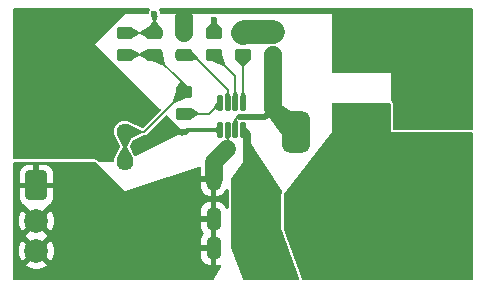
<source format=gbr>
%TF.GenerationSoftware,KiCad,Pcbnew,8.0.7*%
%TF.CreationDate,2025-01-12T01:40:55+08:00*%
%TF.ProjectId,power,706f7765-722e-46b6-9963-61645f706362,rev?*%
%TF.SameCoordinates,Original*%
%TF.FileFunction,Copper,L1,Top*%
%TF.FilePolarity,Positive*%
%FSLAX46Y46*%
G04 Gerber Fmt 4.6, Leading zero omitted, Abs format (unit mm)*
G04 Created by KiCad (PCBNEW 8.0.7) date 2025-01-12 01:40:55*
%MOMM*%
%LPD*%
G01*
G04 APERTURE LIST*
G04 Aperture macros list*
%AMRoundRect*
0 Rectangle with rounded corners*
0 $1 Rounding radius*
0 $2 $3 $4 $5 $6 $7 $8 $9 X,Y pos of 4 corners*
0 Add a 4 corners polygon primitive as box body*
4,1,4,$2,$3,$4,$5,$6,$7,$8,$9,$2,$3,0*
0 Add four circle primitives for the rounded corners*
1,1,$1+$1,$2,$3*
1,1,$1+$1,$4,$5*
1,1,$1+$1,$6,$7*
1,1,$1+$1,$8,$9*
0 Add four rect primitives between the rounded corners*
20,1,$1+$1,$2,$3,$4,$5,0*
20,1,$1+$1,$4,$5,$6,$7,0*
20,1,$1+$1,$6,$7,$8,$9,0*
20,1,$1+$1,$8,$9,$2,$3,0*%
G04 Aperture macros list end*
%TA.AperFunction,SMDPad,CuDef*%
%ADD10RoundRect,0.250000X0.475000X-0.250000X0.475000X0.250000X-0.475000X0.250000X-0.475000X-0.250000X0*%
%TD*%
%TA.AperFunction,ComponentPad*%
%ADD11RoundRect,0.500000X0.500000X-0.500000X0.500000X0.500000X-0.500000X0.500000X-0.500000X-0.500000X0*%
%TD*%
%TA.AperFunction,ComponentPad*%
%ADD12C,2.000000*%
%TD*%
%TA.AperFunction,SMDPad,CuDef*%
%ADD13RoundRect,0.125000X0.125000X-0.537500X0.125000X0.537500X-0.125000X0.537500X-0.125000X-0.537500X0*%
%TD*%
%TA.AperFunction,ComponentPad*%
%ADD14C,1.440000*%
%TD*%
%TA.AperFunction,SMDPad,CuDef*%
%ADD15RoundRect,0.250000X0.450000X-0.262500X0.450000X0.262500X-0.450000X0.262500X-0.450000X-0.262500X0*%
%TD*%
%TA.AperFunction,SMDPad,CuDef*%
%ADD16RoundRect,0.250000X-0.450000X0.262500X-0.450000X-0.262500X0.450000X-0.262500X0.450000X0.262500X0*%
%TD*%
%TA.AperFunction,SMDPad,CuDef*%
%ADD17RoundRect,0.587500X-0.587500X-1.162500X0.587500X-1.162500X0.587500X1.162500X-0.587500X1.162500X0*%
%TD*%
%TA.AperFunction,SMDPad,CuDef*%
%ADD18RoundRect,0.250000X0.650000X-1.000000X0.650000X1.000000X-0.650000X1.000000X-0.650000X-1.000000X0*%
%TD*%
%TA.AperFunction,SMDPad,CuDef*%
%ADD19RoundRect,0.250000X-0.475000X0.250000X-0.475000X-0.250000X0.475000X-0.250000X0.475000X0.250000X0*%
%TD*%
%TA.AperFunction,SMDPad,CuDef*%
%ADD20RoundRect,0.250000X-0.650000X0.325000X-0.650000X-0.325000X0.650000X-0.325000X0.650000X0.325000X0*%
%TD*%
%TA.AperFunction,SMDPad,CuDef*%
%ADD21RoundRect,0.250000X-0.250000X-0.475000X0.250000X-0.475000X0.250000X0.475000X-0.250000X0.475000X0*%
%TD*%
%TA.AperFunction,SMDPad,CuDef*%
%ADD22RoundRect,0.250000X0.325000X0.650000X-0.325000X0.650000X-0.325000X-0.650000X0.325000X-0.650000X0*%
%TD*%
%TA.AperFunction,ViaPad*%
%ADD23C,0.600000*%
%TD*%
%TA.AperFunction,Conductor*%
%ADD24C,0.500000*%
%TD*%
%TA.AperFunction,Conductor*%
%ADD25C,0.300000*%
%TD*%
%TA.AperFunction,Conductor*%
%ADD26C,2.000000*%
%TD*%
%TA.AperFunction,Conductor*%
%ADD27C,0.200000*%
%TD*%
%TA.AperFunction,Conductor*%
%ADD28C,1.500000*%
%TD*%
G04 APERTURE END LIST*
D10*
%TO.P,C5,1*%
%TO.N,Net-(U1-SW)*%
X172500000Y-65950000D03*
%TO.P,C5,2*%
%TO.N,Net-(C5-Pad2)*%
X172500000Y-64050000D03*
%TD*%
%TO.P,C4,1*%
%TO.N,Net-(U1-VCC)*%
X165030000Y-65950000D03*
%TO.P,C4,2*%
%TO.N,GND*%
X165030000Y-64050000D03*
%TD*%
D11*
%TO.P,Vin-,1,GND*%
%TO.N,GND*%
X152500000Y-67500000D03*
%TO.P,Vin-,2,GND*%
X152500000Y-64960000D03*
%TD*%
D12*
%TO.P,Vo+,1,Vin*%
%TO.N,Net-(C6-Pad2)*%
X187500000Y-82540000D03*
%TO.P,Vo+,2,Vin*%
X187500000Y-80000000D03*
%TD*%
%TO.P,U3,1,Vin*%
%TO.N,+12V*%
X152500000Y-82540000D03*
%TO.P,U3,2,Vin*%
X152500000Y-80000000D03*
%TD*%
D11*
%TO.P,Vo-,1,GND*%
%TO.N,GND*%
X187500000Y-67500000D03*
%TO.P,Vo-,2,GND*%
X187500000Y-64960000D03*
%TD*%
D13*
%TO.P,U1,1,AGND*%
%TO.N,GND*%
X168050000Y-72275000D03*
%TO.P,U1,2,IN*%
%TO.N,+12V*%
X168700000Y-72275000D03*
%TO.P,U1,3,SW*%
%TO.N,Net-(U1-SW)*%
X169350000Y-72275000D03*
%TO.P,U1,4,GND*%
%TO.N,GND*%
X170000000Y-72275000D03*
%TO.P,U1,5,BST*%
%TO.N,Net-(U1-BST)*%
X170000000Y-70000000D03*
%TO.P,U1,6,EN*%
%TO.N,Net-(U1-EN)*%
X169350000Y-70000000D03*
%TO.P,U1,7,VCC*%
%TO.N,Net-(U1-VCC)*%
X168700000Y-70000000D03*
%TO.P,U1,8,FB*%
%TO.N,Net-(U1-FB)*%
X168050000Y-70000000D03*
%TD*%
D14*
%TO.P,R5,1,1*%
%TO.N,Net-(C9-Pad2)*%
X160000000Y-75000000D03*
%TO.P,R5,2,2*%
X160000000Y-72460000D03*
%TO.P,R5,3,3*%
%TO.N,GND*%
X160000000Y-69920000D03*
%TD*%
D15*
%TO.P,R4,1*%
%TO.N,Net-(C9-Pad2)*%
X160000000Y-65912500D03*
%TO.P,R4,2*%
%TO.N,Net-(C6-Pad2)*%
X160000000Y-64087500D03*
%TD*%
%TO.P,R3,1*%
%TO.N,Net-(U1-FB)*%
X165000000Y-70912500D03*
%TO.P,R3,2*%
%TO.N,Net-(C9-Pad2)*%
X165000000Y-69087500D03*
%TD*%
%TO.P,R2,1*%
%TO.N,Net-(U1-BST)*%
X170000000Y-65912500D03*
%TO.P,R2,2*%
%TO.N,Net-(C5-Pad2)*%
X170000000Y-64087500D03*
%TD*%
D16*
%TO.P,R1,1*%
%TO.N,+12V*%
X167530000Y-64087500D03*
%TO.P,R1,2*%
%TO.N,Net-(U1-EN)*%
X167530000Y-65912500D03*
%TD*%
D17*
%TO.P,L1,1,1*%
%TO.N,Net-(U1-SW)*%
X174475000Y-72500000D03*
%TO.P,L1,2,2*%
%TO.N,Net-(C6-Pad2)*%
X180525000Y-72500000D03*
%TD*%
D18*
%TO.P,D2,1,A1*%
%TO.N,+12V*%
X152500000Y-77000000D03*
%TO.P,D2,2,A2*%
%TO.N,GND*%
X152500000Y-73000000D03*
%TD*%
D19*
%TO.P,C9,1*%
%TO.N,Net-(C6-Pad2)*%
X162500000Y-64050000D03*
%TO.P,C9,2*%
%TO.N,Net-(C9-Pad2)*%
X162500000Y-65950000D03*
%TD*%
D20*
%TO.P,C8,1*%
%TO.N,GND*%
X185000000Y-71025000D03*
%TO.P,C8,2*%
%TO.N,Net-(C6-Pad2)*%
X185000000Y-73975000D03*
%TD*%
D21*
%TO.P,C7,1*%
%TO.N,GND*%
X172500000Y-80735000D03*
%TO.P,C7,2*%
%TO.N,Net-(C6-Pad2)*%
X174400000Y-80735000D03*
%TD*%
%TO.P,C6,1*%
%TO.N,GND*%
X172500000Y-77725000D03*
%TO.P,C6,2*%
%TO.N,Net-(C6-Pad2)*%
X174400000Y-77725000D03*
%TD*%
D22*
%TO.P,C3,1*%
%TO.N,GND*%
X170450000Y-82300000D03*
%TO.P,C3,2*%
%TO.N,+12V*%
X167500000Y-82300000D03*
%TD*%
%TO.P,C2,1*%
%TO.N,GND*%
X170450000Y-76450000D03*
%TO.P,C2,2*%
%TO.N,+12V*%
X167500000Y-76450000D03*
%TD*%
%TO.P,C1,1*%
%TO.N,GND*%
X170450000Y-79800000D03*
%TO.P,C1,2*%
%TO.N,+12V*%
X167500000Y-79800000D03*
%TD*%
D23*
%TO.N,GND*%
X170137500Y-72362500D03*
X165000000Y-72500000D03*
%TO.N,+12V*%
X162924264Y-79575736D03*
X167530000Y-63000000D03*
%TO.N,Net-(C6-Pad2)*%
X187500000Y-75000000D03*
X162500000Y-62500000D03*
%TD*%
D24*
%TO.N,GND*%
X170137500Y-72362500D02*
X170050000Y-72275000D01*
D25*
X165225000Y-72275000D02*
X168050000Y-72275000D01*
X165000000Y-72500000D02*
X165225000Y-72275000D01*
D24*
X170450000Y-72675000D02*
X170137500Y-72362500D01*
X170450000Y-76450000D02*
X170450000Y-72675000D01*
D25*
X165000000Y-72500000D02*
X162500000Y-72500000D01*
D26*
%TO.N,Net-(C5-Pad2)*%
X170087500Y-64000000D02*
X172500000Y-64000000D01*
X170000000Y-64087500D02*
X170087500Y-64000000D01*
D27*
%TO.N,Net-(U1-SW)*%
X169350000Y-71445862D02*
X169633362Y-71162500D01*
X169350000Y-72275000D02*
X169350000Y-71445862D01*
D24*
X172500000Y-70525000D02*
X171862500Y-71162500D01*
X171862500Y-71162500D02*
X169633362Y-71162500D01*
D26*
%TO.N,GND*%
X170450000Y-76450000D02*
X170800000Y-76100000D01*
D28*
X165030000Y-62780000D02*
X165000000Y-62750000D01*
X165030000Y-64050000D02*
X165030000Y-62780000D01*
D27*
%TO.N,+12V*%
X168700000Y-72275000D02*
X168700000Y-73811244D01*
X168700000Y-73811244D02*
X168623744Y-73887500D01*
D28*
X167500000Y-75011244D02*
X168623744Y-73887500D01*
X167500000Y-76450000D02*
X167500000Y-75011244D01*
D27*
%TO.N,Net-(C9-Pad2)*%
X161627500Y-72460000D02*
X165000000Y-69087500D01*
X160000000Y-72460000D02*
X161627500Y-72460000D01*
X160000000Y-75000000D02*
X160000000Y-72460000D01*
%TO.N,+12V*%
X167530000Y-64087500D02*
X167530000Y-63000000D01*
D28*
%TO.N,Net-(U1-SW)*%
X172500000Y-70525000D02*
X174475000Y-72500000D01*
X172500000Y-65950000D02*
X172500000Y-70525000D01*
D27*
%TO.N,Net-(U1-BST)*%
X170000000Y-65912500D02*
X170000000Y-70000000D01*
%TO.N,Net-(U1-EN)*%
X167530000Y-65912500D02*
X169350000Y-67732500D01*
X169350000Y-67732500D02*
X169350000Y-70000000D01*
%TO.N,Net-(U1-VCC)*%
X168700000Y-68895000D02*
X168700000Y-70000000D01*
X165755000Y-65950000D02*
X168700000Y-68895000D01*
X165030000Y-65950000D02*
X165755000Y-65950000D01*
%TO.N,Net-(U1-FB)*%
X167137500Y-70912500D02*
X168050000Y-70000000D01*
X165000000Y-70912500D02*
X167137500Y-70912500D01*
%TO.N,Net-(C9-Pad2)*%
X165000000Y-68450000D02*
X165000000Y-69087500D01*
X162500000Y-65950000D02*
X165000000Y-68450000D01*
X162462500Y-65912500D02*
X162500000Y-65950000D01*
X160000000Y-65912500D02*
X162462500Y-65912500D01*
%TO.N,Net-(C6-Pad2)*%
X186025000Y-75000000D02*
X185000000Y-73975000D01*
X187500000Y-75000000D02*
X186025000Y-75000000D01*
X162500000Y-64050000D02*
X162500000Y-62500000D01*
X162462500Y-64087500D02*
X162500000Y-64050000D01*
X160000000Y-64087500D02*
X162462500Y-64087500D01*
%TD*%
%TA.AperFunction,Conductor*%
%TO.N,GND*%
G36*
X162066080Y-62020185D02*
G01*
X162111835Y-62072989D01*
X162121779Y-62142147D01*
X162092754Y-62205703D01*
X162074623Y-62226627D01*
X162074622Y-62226628D01*
X162014834Y-62357543D01*
X162009644Y-62393647D01*
X161980619Y-62457203D01*
X161921841Y-62494977D01*
X161886906Y-62500000D01*
X159999999Y-62500000D01*
X157500000Y-65000000D01*
X162993583Y-70493583D01*
X163027068Y-70554906D01*
X163022084Y-70624598D01*
X162993583Y-70668945D01*
X161563650Y-72098878D01*
X161502327Y-72132363D01*
X161432635Y-72127379D01*
X161421831Y-72122754D01*
X160376408Y-71615342D01*
X160375693Y-71615007D01*
X160371021Y-71612823D01*
X160371015Y-71612820D01*
X160370993Y-71612810D01*
X160370384Y-71612536D01*
X160370382Y-71612535D01*
X160362278Y-71610791D01*
X160337941Y-71602848D01*
X160286017Y-71579731D01*
X160286015Y-71579730D01*
X160286014Y-71579730D01*
X160096748Y-71539500D01*
X159903252Y-71539500D01*
X159713983Y-71579730D01*
X159713978Y-71579732D01*
X159537215Y-71658433D01*
X159537210Y-71658435D01*
X159380674Y-71772165D01*
X159380667Y-71772171D01*
X159251197Y-71915964D01*
X159154450Y-72083536D01*
X159154447Y-72083543D01*
X159094657Y-72267558D01*
X159094656Y-72267560D01*
X159074430Y-72460000D01*
X159094656Y-72652439D01*
X159094657Y-72652441D01*
X159154448Y-72836459D01*
X159157993Y-72842599D01*
X159162159Y-72850453D01*
X159562779Y-73675853D01*
X159574343Y-73744760D01*
X159562779Y-73784142D01*
X159162156Y-74609549D01*
X159157995Y-74617396D01*
X159154450Y-74623536D01*
X159154449Y-74623539D01*
X159094657Y-74807558D01*
X159094656Y-74807560D01*
X159086101Y-74888962D01*
X159059516Y-74953577D01*
X159002219Y-74993561D01*
X158962780Y-75000000D01*
X157841982Y-75000000D01*
X157774943Y-74980315D01*
X157754305Y-74963685D01*
X157681629Y-74891009D01*
X157681628Y-74891008D01*
X157681624Y-74891004D01*
X157665283Y-74876325D01*
X157665269Y-74876313D01*
X157644620Y-74859672D01*
X157573575Y-74822509D01*
X157506543Y-74802826D01*
X157505894Y-74802732D01*
X157448638Y-74794500D01*
X150624500Y-74794500D01*
X150557461Y-74774815D01*
X150511706Y-74722011D01*
X150500500Y-74670500D01*
X150500500Y-62124500D01*
X150520185Y-62057461D01*
X150572989Y-62011706D01*
X150624500Y-62000500D01*
X161999041Y-62000500D01*
X162066080Y-62020185D01*
G37*
%TD.AperFunction*%
%TA.AperFunction,Conductor*%
G36*
X163549569Y-71065415D02*
G01*
X163593916Y-71093916D01*
X164878348Y-72378348D01*
X164911833Y-72439671D01*
X164906849Y-72509363D01*
X164864977Y-72565296D01*
X164846121Y-72576938D01*
X160938943Y-74530527D01*
X160870178Y-74542902D01*
X160805639Y-74516134D01*
X160771936Y-74473765D01*
X160437217Y-73784143D01*
X160425654Y-73715237D01*
X160437218Y-73675854D01*
X160672890Y-73190297D01*
X160719871Y-73138583D01*
X160730300Y-73132889D01*
X160732629Y-73131759D01*
X161471895Y-72772945D01*
X161526039Y-72760500D01*
X161667060Y-72760500D01*
X161667062Y-72760500D01*
X161743489Y-72740021D01*
X161812011Y-72700460D01*
X161867960Y-72644511D01*
X163418554Y-71093915D01*
X163479877Y-71060431D01*
X163549569Y-71065415D01*
G37*
%TD.AperFunction*%
%TA.AperFunction,Conductor*%
G36*
X189442539Y-62020185D02*
G01*
X189488294Y-62072989D01*
X189499500Y-62124500D01*
X189499500Y-72170500D01*
X189479815Y-72237539D01*
X189427011Y-72283294D01*
X189375500Y-72294500D01*
X182829500Y-72294500D01*
X182762461Y-72274815D01*
X182716706Y-72222011D01*
X182705500Y-72170500D01*
X182705500Y-70124008D01*
X182705499Y-70123992D01*
X182700803Y-70080316D01*
X182695556Y-70056198D01*
X182689602Y-70028825D01*
X182689348Y-70027789D01*
X182687110Y-70018627D01*
X182644100Y-69937915D01*
X182598345Y-69885111D01*
X182598339Y-69885104D01*
X182580757Y-69867160D01*
X182580756Y-69867159D01*
X182580754Y-69867157D01*
X182563462Y-69857484D01*
X182514566Y-69807577D01*
X182500000Y-69749266D01*
X182500000Y-67500000D01*
X177624000Y-67500000D01*
X177556961Y-67480315D01*
X177511206Y-67427511D01*
X177500000Y-67376000D01*
X177500000Y-62500000D01*
X167614307Y-62500000D01*
X167607316Y-62499500D01*
X167601961Y-62499500D01*
X167458039Y-62499500D01*
X167452684Y-62499500D01*
X167445693Y-62500000D01*
X163113094Y-62500000D01*
X163046055Y-62480315D01*
X163000300Y-62427511D01*
X162990356Y-62393647D01*
X162985165Y-62357543D01*
X162925377Y-62226628D01*
X162925377Y-62226627D01*
X162907245Y-62205702D01*
X162878221Y-62142147D01*
X162888165Y-62072989D01*
X162933919Y-62020185D01*
X163000959Y-62000500D01*
X189375500Y-62000500D01*
X189442539Y-62020185D01*
G37*
%TD.AperFunction*%
%TD*%
%TA.AperFunction,Conductor*%
%TO.N,+12V*%
G36*
X157515677Y-75019685D02*
G01*
X157536319Y-75036319D01*
X159999999Y-77499999D01*
X160000000Y-77500000D01*
X161050042Y-77149986D01*
X166425001Y-77149986D01*
X166435494Y-77252697D01*
X166490641Y-77419119D01*
X166490643Y-77419124D01*
X166582684Y-77568345D01*
X166706654Y-77692315D01*
X166855875Y-77784356D01*
X166855880Y-77784358D01*
X167022302Y-77839505D01*
X167022309Y-77839506D01*
X167125019Y-77849999D01*
X167249999Y-77849999D01*
X167250000Y-77849998D01*
X167250000Y-76700000D01*
X166425001Y-76700000D01*
X166425001Y-77149986D01*
X161050042Y-77149986D01*
X166309693Y-75396768D01*
X166379513Y-75394244D01*
X166439618Y-75429869D01*
X166470921Y-75492334D01*
X166466607Y-75553409D01*
X166435495Y-75647299D01*
X166435493Y-75647309D01*
X166425000Y-75750013D01*
X166425000Y-76200000D01*
X167376000Y-76200000D01*
X167443039Y-76219685D01*
X167488794Y-76272489D01*
X167500000Y-76324000D01*
X167500000Y-76450000D01*
X167626000Y-76450000D01*
X167693039Y-76469685D01*
X167738794Y-76522489D01*
X167750000Y-76574000D01*
X167750000Y-77849999D01*
X167874972Y-77849999D01*
X167874986Y-77849998D01*
X167977697Y-77839505D01*
X168144119Y-77784358D01*
X168144124Y-77784356D01*
X168293345Y-77692315D01*
X168417315Y-77568345D01*
X168509356Y-77419124D01*
X168509358Y-77419119D01*
X168527794Y-77363484D01*
X168567566Y-77306039D01*
X168632082Y-77279216D01*
X168700858Y-77291531D01*
X168752058Y-77339074D01*
X168769500Y-77402488D01*
X168769500Y-78847510D01*
X168749815Y-78914549D01*
X168697011Y-78960304D01*
X168627853Y-78970248D01*
X168564297Y-78941223D01*
X168527794Y-78886515D01*
X168509357Y-78830878D01*
X168509356Y-78830875D01*
X168417315Y-78681654D01*
X168293345Y-78557684D01*
X168144124Y-78465643D01*
X168144119Y-78465641D01*
X167977697Y-78410494D01*
X167977690Y-78410493D01*
X167874986Y-78400000D01*
X167750000Y-78400000D01*
X167750000Y-83699999D01*
X167874972Y-83699999D01*
X167874986Y-83699998D01*
X167977696Y-83689505D01*
X167983050Y-83688360D01*
X168052725Y-83693576D01*
X168108519Y-83735632D01*
X168132719Y-83801177D01*
X168117827Y-83869061D01*
X167535537Y-84934948D01*
X167486122Y-84984344D01*
X167426716Y-84999500D01*
X150624500Y-84999500D01*
X150557461Y-84979815D01*
X150511706Y-84927011D01*
X150500500Y-84875500D01*
X150500500Y-79999994D01*
X150994859Y-79999994D01*
X150994859Y-80000005D01*
X151015385Y-80247729D01*
X151015387Y-80247738D01*
X151076412Y-80488717D01*
X151176267Y-80716367D01*
X151276562Y-80869881D01*
X151935387Y-80211058D01*
X151940889Y-80231591D01*
X152019881Y-80368408D01*
X152131592Y-80480119D01*
X152268409Y-80559111D01*
X152288940Y-80564612D01*
X151629943Y-81223609D01*
X151632346Y-81262315D01*
X151632346Y-81277681D01*
X151629943Y-81316389D01*
X152288941Y-81975387D01*
X152268409Y-81980889D01*
X152131592Y-82059881D01*
X152019881Y-82171592D01*
X151940889Y-82308409D01*
X151935387Y-82328941D01*
X151276563Y-81670117D01*
X151176267Y-81823633D01*
X151176265Y-81823637D01*
X151076412Y-82051282D01*
X151015387Y-82292261D01*
X151015385Y-82292270D01*
X150994859Y-82539994D01*
X150994859Y-82540005D01*
X151015385Y-82787729D01*
X151015387Y-82787738D01*
X151076412Y-83028717D01*
X151176267Y-83256367D01*
X151276562Y-83409881D01*
X151935387Y-82751058D01*
X151940889Y-82771591D01*
X152019881Y-82908408D01*
X152131592Y-83020119D01*
X152268409Y-83099111D01*
X152288940Y-83104612D01*
X151629943Y-83763609D01*
X151676768Y-83800055D01*
X151676771Y-83800057D01*
X151895385Y-83918364D01*
X151895396Y-83918369D01*
X152130506Y-83999083D01*
X152375707Y-84040000D01*
X152624293Y-84040000D01*
X152869493Y-83999083D01*
X153104603Y-83918369D01*
X153104614Y-83918364D01*
X153323230Y-83800056D01*
X153323236Y-83800051D01*
X153370055Y-83763610D01*
X153370056Y-83763609D01*
X152711058Y-83104612D01*
X152731591Y-83099111D01*
X152868408Y-83020119D01*
X152980119Y-82908408D01*
X153059111Y-82771591D01*
X153064612Y-82751059D01*
X153723435Y-83409882D01*
X153823733Y-83256364D01*
X153923587Y-83028717D01*
X153930863Y-82999986D01*
X166425001Y-82999986D01*
X166435494Y-83102697D01*
X166490641Y-83269119D01*
X166490643Y-83269124D01*
X166582684Y-83418345D01*
X166706654Y-83542315D01*
X166855875Y-83634356D01*
X166855880Y-83634358D01*
X167022302Y-83689505D01*
X167022309Y-83689506D01*
X167125019Y-83699999D01*
X167249999Y-83699999D01*
X167250000Y-83699998D01*
X167250000Y-82550000D01*
X166425001Y-82550000D01*
X166425001Y-82999986D01*
X153930863Y-82999986D01*
X153984612Y-82787738D01*
X153984614Y-82787729D01*
X154005141Y-82540005D01*
X154005141Y-82539994D01*
X153984614Y-82292270D01*
X153984612Y-82292261D01*
X153923587Y-82051282D01*
X153823732Y-81823632D01*
X153723435Y-81670116D01*
X153064612Y-82328940D01*
X153059111Y-82308409D01*
X152980119Y-82171592D01*
X152868408Y-82059881D01*
X152731591Y-81980889D01*
X152711058Y-81975387D01*
X153086431Y-81600013D01*
X166425000Y-81600013D01*
X166425000Y-82050000D01*
X167250000Y-82050000D01*
X167250000Y-80050000D01*
X166425001Y-80050000D01*
X166425001Y-80499986D01*
X166435494Y-80602697D01*
X166490641Y-80769119D01*
X166490643Y-80769124D01*
X166582684Y-80918345D01*
X166626658Y-80962319D01*
X166660143Y-81023642D01*
X166655159Y-81093334D01*
X166626658Y-81137681D01*
X166582684Y-81181654D01*
X166490643Y-81330875D01*
X166490641Y-81330880D01*
X166435494Y-81497302D01*
X166435493Y-81497309D01*
X166425000Y-81600013D01*
X153086431Y-81600013D01*
X153370055Y-81316389D01*
X153367653Y-81277683D01*
X153367653Y-81262317D01*
X153370055Y-81223608D01*
X152711058Y-80564612D01*
X152731591Y-80559111D01*
X152868408Y-80480119D01*
X152980119Y-80368408D01*
X153059111Y-80231591D01*
X153064612Y-80211059D01*
X153723435Y-80869882D01*
X153823733Y-80716364D01*
X153923587Y-80488717D01*
X153984612Y-80247738D01*
X153984614Y-80247729D01*
X154005141Y-80000005D01*
X154005141Y-79999994D01*
X153984614Y-79752270D01*
X153984612Y-79752261D01*
X153923587Y-79511282D01*
X153823732Y-79283632D01*
X153723435Y-79130116D01*
X153064612Y-79788940D01*
X153059111Y-79768409D01*
X152980119Y-79631592D01*
X152868408Y-79519881D01*
X152731591Y-79440889D01*
X152711058Y-79435387D01*
X153046432Y-79100013D01*
X166425000Y-79100013D01*
X166425000Y-79550000D01*
X167250000Y-79550000D01*
X167250000Y-78400000D01*
X167125027Y-78400000D01*
X167125012Y-78400001D01*
X167022302Y-78410494D01*
X166855880Y-78465641D01*
X166855875Y-78465643D01*
X166706654Y-78557684D01*
X166582684Y-78681654D01*
X166490643Y-78830875D01*
X166490641Y-78830880D01*
X166435494Y-78997302D01*
X166435493Y-78997309D01*
X166425000Y-79100013D01*
X153046432Y-79100013D01*
X153384041Y-78762403D01*
X153387865Y-78745590D01*
X153437732Y-78696651D01*
X153457128Y-78688331D01*
X153463679Y-78686160D01*
X153466698Y-78685851D01*
X153618342Y-78592318D01*
X153742315Y-78468345D01*
X153834356Y-78319124D01*
X153834358Y-78319119D01*
X153889505Y-78152697D01*
X153889506Y-78152690D01*
X153899999Y-78049986D01*
X153900000Y-78049973D01*
X153900000Y-77250000D01*
X151100001Y-77250000D01*
X151100001Y-78049986D01*
X151110494Y-78152697D01*
X151165641Y-78319119D01*
X151165643Y-78319124D01*
X151257684Y-78468345D01*
X151381653Y-78592314D01*
X151533301Y-78685850D01*
X151536316Y-78686159D01*
X151542870Y-78688331D01*
X151600314Y-78728105D01*
X151613587Y-78760033D01*
X152288941Y-79435387D01*
X152268409Y-79440889D01*
X152131592Y-79519881D01*
X152019881Y-79631592D01*
X151940889Y-79768409D01*
X151935387Y-79788941D01*
X151276563Y-79130117D01*
X151176267Y-79283633D01*
X151176265Y-79283637D01*
X151076412Y-79511282D01*
X151015387Y-79752261D01*
X151015385Y-79752270D01*
X150994859Y-79999994D01*
X150500500Y-79999994D01*
X150500500Y-75950013D01*
X151100000Y-75950013D01*
X151100000Y-76750000D01*
X152250000Y-76750000D01*
X152750000Y-76750000D01*
X153899999Y-76750000D01*
X153899999Y-75950028D01*
X153899998Y-75950013D01*
X153889505Y-75847302D01*
X153834358Y-75680880D01*
X153834356Y-75680875D01*
X153742315Y-75531654D01*
X153618345Y-75407684D01*
X153469124Y-75315643D01*
X153469119Y-75315641D01*
X153302697Y-75260494D01*
X153302690Y-75260493D01*
X153199986Y-75250000D01*
X152750000Y-75250000D01*
X152750000Y-76750000D01*
X152250000Y-76750000D01*
X152250000Y-75250000D01*
X151800028Y-75250000D01*
X151800012Y-75250001D01*
X151697302Y-75260494D01*
X151530880Y-75315641D01*
X151530875Y-75315643D01*
X151381654Y-75407684D01*
X151257684Y-75531654D01*
X151165643Y-75680875D01*
X151165641Y-75680880D01*
X151110494Y-75847302D01*
X151110493Y-75847309D01*
X151100000Y-75950013D01*
X150500500Y-75950013D01*
X150500500Y-75124000D01*
X150520185Y-75056961D01*
X150572989Y-75011206D01*
X150624500Y-75000000D01*
X157448638Y-75000000D01*
X157515677Y-75019685D01*
G37*
%TD.AperFunction*%
%TD*%
%TA.AperFunction,Conductor*%
%TO.N,GND*%
G36*
X170205203Y-72819125D02*
G01*
X170227475Y-72844510D01*
X170228327Y-72845799D01*
X173285665Y-77476116D01*
X173306178Y-77542907D01*
X173293821Y-77598422D01*
X173272509Y-77642494D01*
X173272509Y-77642495D01*
X173252826Y-77709524D01*
X173244500Y-77767433D01*
X173244500Y-80713180D01*
X173247614Y-80748809D01*
X173255070Y-80791150D01*
X173255075Y-80791173D01*
X173264316Y-80825712D01*
X174720710Y-84833146D01*
X174725108Y-84902877D01*
X174691108Y-84963916D01*
X174629505Y-84996884D01*
X174604168Y-84999500D01*
X170085370Y-84999500D01*
X170018331Y-84979815D01*
X169972576Y-84927011D01*
X169969443Y-84919509D01*
X168983073Y-82321265D01*
X168975000Y-82277256D01*
X168975000Y-76489402D01*
X168994685Y-76422363D01*
X168997744Y-76417825D01*
X170000000Y-75000000D01*
X170000000Y-72912838D01*
X170019685Y-72845799D01*
X170072489Y-72800044D01*
X170141647Y-72790100D01*
X170205203Y-72819125D01*
G37*
%TD.AperFunction*%
%TD*%
%TA.AperFunction,Conductor*%
%TO.N,Net-(C6-Pad2)*%
G36*
X182443039Y-70019685D02*
G01*
X182488794Y-70072489D01*
X182500000Y-70124000D01*
X182500000Y-72500000D01*
X189375500Y-72500000D01*
X189442539Y-72519685D01*
X189488294Y-72572489D01*
X189499500Y-72624000D01*
X189499500Y-84875500D01*
X189479815Y-84942539D01*
X189427011Y-84988294D01*
X189375500Y-84999500D01*
X175086688Y-84999500D01*
X175019649Y-84979815D01*
X174973894Y-84927011D01*
X174970146Y-84917854D01*
X173457458Y-80755521D01*
X173450000Y-80713167D01*
X173450000Y-77767430D01*
X173469685Y-77700391D01*
X173475994Y-77691464D01*
X177500000Y-72500000D01*
X177500000Y-70124000D01*
X177519685Y-70056961D01*
X177572489Y-70011206D01*
X177624000Y-70000000D01*
X182376000Y-70000000D01*
X182443039Y-70019685D01*
G37*
%TD.AperFunction*%
%TD*%
%TA.AperFunction,Conductor*%
%TO.N,GND*%
G36*
X167801805Y-72027968D02*
G01*
X167805453Y-72030432D01*
X168042676Y-72266710D01*
X168046119Y-72274977D01*
X168042709Y-72283257D01*
X168042676Y-72283290D01*
X167805453Y-72519567D01*
X167797173Y-72522977D01*
X167792851Y-72522140D01*
X167557355Y-72427942D01*
X167550946Y-72421688D01*
X167550000Y-72417079D01*
X167550000Y-72132921D01*
X167553427Y-72124648D01*
X167557355Y-72122058D01*
X167792852Y-72027859D01*
X167801805Y-72027968D01*
G37*
%TD.AperFunction*%
%TD*%
%TA.AperFunction,Conductor*%
%TO.N,GND*%
G36*
X165502075Y-72129163D02*
G01*
X165506676Y-72136845D01*
X165506802Y-72138558D01*
X165506802Y-72420064D01*
X165503375Y-72428337D01*
X165503267Y-72428444D01*
X165220384Y-72704090D01*
X165212067Y-72707409D01*
X165203965Y-72704003D01*
X165141001Y-72641335D01*
X165002460Y-72503443D01*
X164999016Y-72495182D01*
X164999966Y-72210060D01*
X165003420Y-72201800D01*
X165009952Y-72198527D01*
X165493391Y-72126984D01*
X165502075Y-72129163D01*
G37*
%TD.AperFunction*%
%TD*%
%TA.AperFunction,Conductor*%
%TO.N,GND*%
G36*
X170413466Y-72251890D02*
G01*
X170419472Y-72257559D01*
X170691798Y-72816232D01*
X170692343Y-72825171D01*
X170686408Y-72831876D01*
X170681281Y-72833059D01*
X170200000Y-72833059D01*
X169934130Y-72582877D01*
X169930454Y-72574712D01*
X169933628Y-72566339D01*
X169933823Y-72566136D01*
X170135838Y-72363169D01*
X170139681Y-72360604D01*
X170404513Y-72251863D01*
X170413466Y-72251890D01*
G37*
%TD.AperFunction*%
%TD*%
%TA.AperFunction,Conductor*%
%TO.N,GND*%
G36*
X164884225Y-72226632D02*
G01*
X164889116Y-72232221D01*
X164999115Y-72495489D01*
X164999142Y-72504444D01*
X164999115Y-72504511D01*
X164889116Y-72767777D01*
X164882764Y-72774089D01*
X164875354Y-72774584D01*
X164655040Y-72716843D01*
X164596827Y-72701586D01*
X164400000Y-72650000D01*
X164400000Y-72350000D01*
X164875357Y-72225414D01*
X164884225Y-72226632D01*
G37*
%TD.AperFunction*%
%TD*%
%TA.AperFunction,Conductor*%
%TO.N,Net-(U1-SW)*%
G36*
X169346580Y-71325050D02*
G01*
X169348850Y-71326820D01*
X169478235Y-71456205D01*
X169480520Y-71459435D01*
X169561626Y-71629246D01*
X169562099Y-71638189D01*
X169561672Y-71639233D01*
X169555742Y-71651951D01*
X169555740Y-71651957D01*
X169549500Y-71699361D01*
X169549500Y-71786934D01*
X169548620Y-71791387D01*
X169361305Y-72246519D01*
X169354987Y-72252865D01*
X169346032Y-72252886D01*
X169339686Y-72246568D01*
X169339377Y-72245742D01*
X169189027Y-71791387D01*
X169145509Y-71659878D01*
X169145020Y-71657738D01*
X169144259Y-71651955D01*
X169143934Y-71651257D01*
X169143544Y-71642310D01*
X169144486Y-71640326D01*
X169330534Y-71329089D01*
X169337721Y-71323747D01*
X169346580Y-71325050D01*
G37*
%TD.AperFunction*%
%TD*%
%TA.AperFunction,Conductor*%
%TO.N,+12V*%
G36*
X168710793Y-72300317D02*
G01*
X168710824Y-72300392D01*
X168898625Y-72758276D01*
X168899500Y-72762716D01*
X168899500Y-72850637D01*
X168905740Y-72898042D01*
X168905742Y-72898047D01*
X168913184Y-72914008D01*
X168913574Y-72922954D01*
X168913331Y-72923568D01*
X168803042Y-73180416D01*
X168796629Y-73186666D01*
X168792291Y-73187500D01*
X168607709Y-73187500D01*
X168599436Y-73184073D01*
X168596958Y-73180416D01*
X168486666Y-72923567D01*
X168486552Y-72914615D01*
X168486797Y-72914045D01*
X168494259Y-72898045D01*
X168500500Y-72850639D01*
X168500499Y-72762709D01*
X168501374Y-72758276D01*
X168689176Y-72300389D01*
X168695484Y-72294038D01*
X168704439Y-72294007D01*
X168710793Y-72300317D01*
G37*
%TD.AperFunction*%
%TD*%
%TA.AperFunction,Conductor*%
%TO.N,Net-(C9-Pad2)*%
G36*
X164993169Y-69086533D02*
G01*
X165001317Y-69090242D01*
X165003582Y-69093767D01*
X165207854Y-69589255D01*
X165207839Y-69598209D01*
X165201569Y-69604501D01*
X164213434Y-70019688D01*
X164204480Y-70019733D01*
X164200629Y-70017174D01*
X164069643Y-69886188D01*
X164066216Y-69877915D01*
X164066670Y-69874688D01*
X164297478Y-69071489D01*
X164303057Y-69064485D01*
X164309122Y-69063028D01*
X164993169Y-69086533D01*
G37*
%TD.AperFunction*%
%TD*%
%TA.AperFunction,Conductor*%
%TO.N,Net-(C9-Pad2)*%
G36*
X160286067Y-71799942D02*
G01*
X160286676Y-71800216D01*
X161433410Y-72356801D01*
X161439355Y-72363496D01*
X161440000Y-72367326D01*
X161440000Y-72552673D01*
X161436573Y-72560946D01*
X161433409Y-72563199D01*
X160286685Y-73119779D01*
X160277746Y-73120308D01*
X160271050Y-73114362D01*
X160270772Y-73113744D01*
X160000865Y-72464488D01*
X160000855Y-72455537D01*
X160270773Y-71806253D01*
X160277112Y-71799931D01*
X160286067Y-71799942D01*
G37*
%TD.AperFunction*%
%TD*%
%TA.AperFunction,Conductor*%
%TO.N,Net-(C9-Pad2)*%
G36*
X160653744Y-72730772D02*
G01*
X160660068Y-72737112D01*
X160660057Y-72746067D01*
X160659779Y-72746685D01*
X160103199Y-73893409D01*
X160096503Y-73899355D01*
X160092673Y-73900000D01*
X159907327Y-73900000D01*
X159899054Y-73896573D01*
X159896801Y-73893409D01*
X159340220Y-72746685D01*
X159339691Y-72737746D01*
X159345637Y-72731050D01*
X159346229Y-72730783D01*
X159995511Y-72460865D01*
X160004462Y-72460855D01*
X160653744Y-72730772D01*
G37*
%TD.AperFunction*%
%TD*%
%TA.AperFunction,Conductor*%
%TO.N,Net-(C9-Pad2)*%
G36*
X160100946Y-73563427D02*
G01*
X160103199Y-73566591D01*
X160659779Y-74713314D01*
X160660308Y-74722253D01*
X160654362Y-74728949D01*
X160653744Y-74729227D01*
X160004491Y-74999133D01*
X159995536Y-74999144D01*
X159995509Y-74999133D01*
X159346255Y-74729227D01*
X159339931Y-74722887D01*
X159339942Y-74713932D01*
X159340210Y-74713335D01*
X159896801Y-73566591D01*
X159903497Y-73560645D01*
X159907327Y-73560000D01*
X160092673Y-73560000D01*
X160100946Y-73563427D01*
G37*
%TD.AperFunction*%
%TD*%
%TA.AperFunction,Conductor*%
%TO.N,+12V*%
G36*
X167632587Y-63065927D02*
G01*
X167633513Y-63066971D01*
X168036012Y-63579175D01*
X168038430Y-63587797D01*
X168034992Y-63594770D01*
X167538179Y-64080503D01*
X167529868Y-64083836D01*
X167521821Y-64080503D01*
X167025007Y-63594770D01*
X167021487Y-63586536D01*
X167023986Y-63579176D01*
X167426487Y-63066971D01*
X167434293Y-63062583D01*
X167435686Y-63062500D01*
X167624314Y-63062500D01*
X167632587Y-63065927D01*
G37*
%TD.AperFunction*%
%TD*%
%TA.AperFunction,Conductor*%
%TO.N,+12V*%
G36*
X167796851Y-63110496D02*
G01*
X167803163Y-63116848D01*
X167803330Y-63125305D01*
X167632807Y-63592313D01*
X167626751Y-63598909D01*
X167621817Y-63600000D01*
X167438183Y-63600000D01*
X167429910Y-63596573D01*
X167427193Y-63592313D01*
X167256669Y-63125302D01*
X167257050Y-63116358D01*
X167263147Y-63110496D01*
X167525490Y-63000883D01*
X167534444Y-63000857D01*
X167796851Y-63110496D01*
G37*
%TD.AperFunction*%
%TD*%
%TA.AperFunction,Conductor*%
%TO.N,Net-(U1-SW)*%
G36*
X173133246Y-70094814D02*
G01*
X174135047Y-70747286D01*
X174140110Y-70754673D01*
X174140152Y-70754882D01*
X174473521Y-72489335D01*
X174471717Y-72498106D01*
X174464357Y-72503009D01*
X173307110Y-72737770D01*
X173298321Y-72736057D01*
X173295547Y-72733485D01*
X172070976Y-71158449D01*
X172068604Y-71149815D01*
X172071939Y-71142996D01*
X173118590Y-70096345D01*
X173126862Y-70092919D01*
X173133246Y-70094814D01*
G37*
%TD.AperFunction*%
%TD*%
%TA.AperFunction,Conductor*%
%TO.N,Net-(U1-BST)*%
G36*
X170100564Y-69090927D02*
G01*
X170103042Y-69094584D01*
X170238547Y-69410152D01*
X170238662Y-69419106D01*
X170238621Y-69419208D01*
X170010825Y-69974607D01*
X170004515Y-69980961D01*
X169995560Y-69980992D01*
X169989206Y-69974682D01*
X169989175Y-69974607D01*
X169801374Y-69516722D01*
X169800499Y-69512282D01*
X169800499Y-69424362D01*
X169794259Y-69376957D01*
X169794259Y-69376955D01*
X169786813Y-69360989D01*
X169786424Y-69352043D01*
X169786648Y-69351476D01*
X169896958Y-69094583D01*
X169903371Y-69088334D01*
X169907709Y-69087500D01*
X170092291Y-69087500D01*
X170100564Y-69090927D01*
G37*
%TD.AperFunction*%
%TD*%
%TA.AperFunction,Conductor*%
%TO.N,Net-(U1-BST)*%
G36*
X170008178Y-65919495D02*
G01*
X170264045Y-66169655D01*
X170504992Y-66405228D01*
X170508512Y-66413462D01*
X170506012Y-66420823D01*
X170103513Y-66933029D01*
X170095707Y-66937417D01*
X170094314Y-66937500D01*
X169905686Y-66937500D01*
X169897413Y-66934073D01*
X169896487Y-66933029D01*
X169493987Y-66420823D01*
X169491569Y-66412201D01*
X169495007Y-66405228D01*
X169991821Y-65919495D01*
X170000132Y-65916163D01*
X170008178Y-65919495D01*
G37*
%TD.AperFunction*%
%TD*%
%TA.AperFunction,Conductor*%
%TO.N,Net-(U1-EN)*%
G36*
X168229260Y-65891170D02*
G01*
X168232521Y-65896491D01*
X168463328Y-66699684D01*
X168462319Y-66708581D01*
X168460356Y-66711188D01*
X168329370Y-66842174D01*
X168321097Y-66845601D01*
X168316565Y-66844688D01*
X167328430Y-66429501D01*
X167322130Y-66423136D01*
X167322144Y-66414256D01*
X167526418Y-65918765D01*
X167532739Y-65912424D01*
X167536826Y-65911534D01*
X168220875Y-65888029D01*
X168229260Y-65891170D01*
G37*
%TD.AperFunction*%
%TD*%
%TA.AperFunction,Conductor*%
%TO.N,Net-(U1-EN)*%
G36*
X169450564Y-69090927D02*
G01*
X169453042Y-69094584D01*
X169563331Y-69351430D01*
X169563446Y-69360384D01*
X169563184Y-69360990D01*
X169555742Y-69376951D01*
X169555740Y-69376957D01*
X169549500Y-69424361D01*
X169549500Y-69512284D01*
X169548625Y-69516724D01*
X169360824Y-69974607D01*
X169354514Y-69980961D01*
X169345559Y-69980992D01*
X169339206Y-69974683D01*
X169205432Y-69648525D01*
X169151374Y-69516722D01*
X169150499Y-69512282D01*
X169150499Y-69424362D01*
X169144259Y-69376957D01*
X169144259Y-69376955D01*
X169136813Y-69360989D01*
X169136424Y-69352043D01*
X169136648Y-69351476D01*
X169246958Y-69094583D01*
X169253371Y-69088334D01*
X169257709Y-69087500D01*
X169442291Y-69087500D01*
X169450564Y-69090927D01*
G37*
%TD.AperFunction*%
%TD*%
%TA.AperFunction,Conductor*%
%TO.N,Net-(U1-VCC)*%
G36*
X168800564Y-69090927D02*
G01*
X168803042Y-69094584D01*
X168913331Y-69351430D01*
X168913446Y-69360384D01*
X168913184Y-69360990D01*
X168905742Y-69376951D01*
X168905740Y-69376957D01*
X168899500Y-69424361D01*
X168899500Y-69512284D01*
X168898625Y-69516724D01*
X168710824Y-69974607D01*
X168704514Y-69980961D01*
X168695559Y-69980992D01*
X168689206Y-69974683D01*
X168555432Y-69648525D01*
X168501374Y-69516722D01*
X168500499Y-69512282D01*
X168500499Y-69424362D01*
X168494259Y-69376957D01*
X168494259Y-69376955D01*
X168486813Y-69360989D01*
X168486424Y-69352043D01*
X168486648Y-69351476D01*
X168596958Y-69094583D01*
X168603371Y-69088334D01*
X168607709Y-69087500D01*
X168792291Y-69087500D01*
X168800564Y-69090927D01*
G37*
%TD.AperFunction*%
%TD*%
%TA.AperFunction,Conductor*%
%TO.N,Net-(U1-VCC)*%
G36*
X165747375Y-65661991D02*
G01*
X165752161Y-65665727D01*
X166173147Y-66224720D01*
X166175387Y-66233390D01*
X166172074Y-66240031D01*
X166040603Y-66371502D01*
X166033976Y-66374813D01*
X165510972Y-66449151D01*
X165502299Y-66446922D01*
X165500844Y-66445626D01*
X165305514Y-66240031D01*
X165041121Y-65961743D01*
X165037908Y-65953386D01*
X165041545Y-65945203D01*
X165045206Y-65942844D01*
X165738423Y-65661923D01*
X165747375Y-65661991D01*
G37*
%TD.AperFunction*%
%TD*%
%TA.AperFunction,Conductor*%
%TO.N,Net-(U1-FB)*%
G36*
X167809745Y-69900443D02*
G01*
X168039958Y-69994883D01*
X168046311Y-70001194D01*
X168046373Y-70010072D01*
X167818804Y-70576117D01*
X167812538Y-70582515D01*
X167803584Y-70582609D01*
X167800743Y-70580971D01*
X167694497Y-70497927D01*
X167693429Y-70496982D01*
X167558668Y-70362221D01*
X167555241Y-70353948D01*
X167556637Y-70348405D01*
X167795006Y-69905720D01*
X167801944Y-69900062D01*
X167809745Y-69900443D01*
G37*
%TD.AperFunction*%
%TD*%
%TA.AperFunction,Conductor*%
%TO.N,Net-(U1-FB)*%
G36*
X165553072Y-70423397D02*
G01*
X166206747Y-70809105D01*
X166212130Y-70816260D01*
X166212500Y-70819181D01*
X166212500Y-71005818D01*
X166209073Y-71014091D01*
X166206746Y-71015895D01*
X165553075Y-71401601D01*
X165544208Y-71402854D01*
X165539289Y-71400209D01*
X165113542Y-71015895D01*
X165008620Y-70921184D01*
X165004776Y-70913098D01*
X165007776Y-70904660D01*
X165008621Y-70903815D01*
X165539290Y-70424789D01*
X165547727Y-70421790D01*
X165553072Y-70423397D01*
G37*
%TD.AperFunction*%
%TD*%
%TA.AperFunction,Conductor*%
%TO.N,Net-(C9-Pad2)*%
G36*
X164804887Y-68111858D02*
G01*
X165372615Y-68567950D01*
X165376918Y-68575803D01*
X165374684Y-68584041D01*
X165007494Y-69079057D01*
X164999813Y-69083661D01*
X164991380Y-69081667D01*
X164382811Y-68654946D01*
X164378004Y-68647390D01*
X164379947Y-68638650D01*
X164654709Y-68247527D01*
X164656000Y-68245992D01*
X164789287Y-68112705D01*
X164797559Y-68109279D01*
X164804887Y-68111858D01*
G37*
%TD.AperFunction*%
%TD*%
%TA.AperFunction,Conductor*%
%TO.N,Net-(C9-Pad2)*%
G36*
X163216163Y-65967666D02*
G01*
X163224344Y-65971304D01*
X163227195Y-65976455D01*
X163418458Y-66722231D01*
X163417194Y-66731097D01*
X163415398Y-66733411D01*
X163284282Y-66864527D01*
X163276009Y-66867954D01*
X163271422Y-66867017D01*
X162303529Y-66454532D01*
X162297262Y-66448136D01*
X162297298Y-66439311D01*
X162496225Y-65956734D01*
X162502545Y-65950393D01*
X162507339Y-65949499D01*
X163216163Y-65967666D01*
G37*
%TD.AperFunction*%
%TD*%
%TA.AperFunction,Conductor*%
%TO.N,Net-(C9-Pad2)*%
G36*
X161935341Y-65474088D02*
G01*
X162490358Y-65941047D01*
X162494483Y-65948996D01*
X162491779Y-65957532D01*
X162490358Y-65958953D01*
X161935914Y-66425429D01*
X161927378Y-66428133D01*
X161922078Y-66426333D01*
X161920664Y-66425429D01*
X161765878Y-66326436D01*
X161280396Y-66015950D01*
X161275273Y-66008605D01*
X161275000Y-66006093D01*
X161275000Y-65819571D01*
X161278427Y-65811298D01*
X161281252Y-65809217D01*
X161922374Y-65472680D01*
X161931289Y-65471871D01*
X161935341Y-65474088D01*
G37*
%TD.AperFunction*%
%TD*%
%TA.AperFunction,Conductor*%
%TO.N,Net-(C9-Pad2)*%
G36*
X160553072Y-65423397D02*
G01*
X161206747Y-65809105D01*
X161212130Y-65816260D01*
X161212500Y-65819181D01*
X161212500Y-66005818D01*
X161209073Y-66014091D01*
X161206746Y-66015895D01*
X160553075Y-66401601D01*
X160544208Y-66402854D01*
X160539289Y-66400209D01*
X160113542Y-66015895D01*
X160008620Y-65921184D01*
X160004776Y-65913098D01*
X160007776Y-65904660D01*
X160008621Y-65903815D01*
X160539290Y-65424789D01*
X160547727Y-65421790D01*
X160553072Y-65423397D01*
G37*
%TD.AperFunction*%
%TD*%
%TA.AperFunction,Conductor*%
%TO.N,Net-(C6-Pad2)*%
G36*
X187501000Y-75000000D02*
G01*
X187385195Y-75277164D01*
X186900000Y-75100000D01*
X186900000Y-74900000D01*
X187385195Y-74722836D01*
X187501000Y-75000000D01*
G37*
%TD.AperFunction*%
%TD*%
%TA.AperFunction,Conductor*%
%TO.N,Net-(C6-Pad2)*%
G36*
X162602615Y-63053427D02*
G01*
X162603513Y-63054435D01*
X162993502Y-63546769D01*
X162995953Y-63555382D01*
X162992571Y-63562340D01*
X162508240Y-64042825D01*
X162499953Y-64046219D01*
X162491760Y-64042825D01*
X162007428Y-63562340D01*
X162003968Y-63554081D01*
X162006496Y-63546770D01*
X162396487Y-63054435D01*
X162404310Y-63050078D01*
X162405658Y-63050000D01*
X162594342Y-63050000D01*
X162602615Y-63053427D01*
G37*
%TD.AperFunction*%
%TD*%
%TA.AperFunction,Conductor*%
%TO.N,Net-(C6-Pad2)*%
G36*
X162766851Y-62610496D02*
G01*
X162773163Y-62616848D01*
X162773330Y-62625305D01*
X162602807Y-63092313D01*
X162596751Y-63098909D01*
X162591817Y-63100000D01*
X162408183Y-63100000D01*
X162399910Y-63096573D01*
X162397193Y-63092313D01*
X162226669Y-62625302D01*
X162227050Y-62616358D01*
X162233147Y-62610496D01*
X162495490Y-62500883D01*
X162504444Y-62500857D01*
X162766851Y-62610496D01*
G37*
%TD.AperFunction*%
%TD*%
%TA.AperFunction,Conductor*%
%TO.N,Net-(C6-Pad2)*%
G36*
X161935914Y-63574570D02*
G01*
X162490358Y-64041047D01*
X162494483Y-64048996D01*
X162491779Y-64057532D01*
X162490358Y-64058953D01*
X161935341Y-64525911D01*
X161926805Y-64528615D01*
X161922372Y-64527318D01*
X161281260Y-64190786D01*
X161275530Y-64183908D01*
X161275000Y-64180428D01*
X161275000Y-63993906D01*
X161278427Y-63985633D01*
X161280396Y-63984049D01*
X161922080Y-63573665D01*
X161930894Y-63572096D01*
X161935914Y-63574570D01*
G37*
%TD.AperFunction*%
%TD*%
%TA.AperFunction,Conductor*%
%TO.N,Net-(C6-Pad2)*%
G36*
X160553072Y-63598397D02*
G01*
X161206747Y-63984105D01*
X161212130Y-63991260D01*
X161212500Y-63994181D01*
X161212500Y-64180818D01*
X161209073Y-64189091D01*
X161206746Y-64190895D01*
X160553075Y-64576601D01*
X160544208Y-64577854D01*
X160539289Y-64575209D01*
X160113542Y-64190895D01*
X160008620Y-64096184D01*
X160004776Y-64088098D01*
X160007776Y-64079660D01*
X160008621Y-64078815D01*
X160539290Y-63599789D01*
X160547727Y-63596790D01*
X160553072Y-63598397D01*
G37*
%TD.AperFunction*%
%TD*%
M02*

</source>
